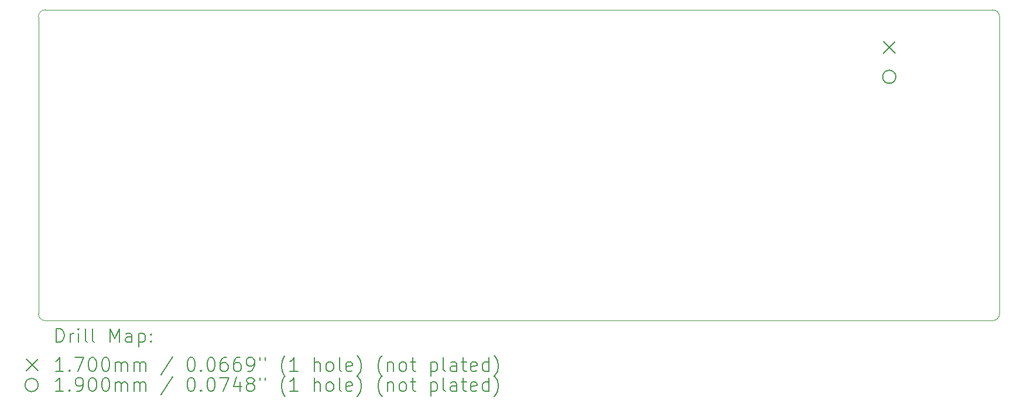
<source format=gbr>
%TF.GenerationSoftware,KiCad,Pcbnew,8.0.5*%
%TF.CreationDate,2024-12-09T00:19:35-08:00*%
%TF.ProjectId,newbatt,6e657762-6174-4742-9e6b-696361645f70,3*%
%TF.SameCoordinates,Original*%
%TF.FileFunction,Drillmap*%
%TF.FilePolarity,Positive*%
%FSLAX45Y45*%
G04 Gerber Fmt 4.5, Leading zero omitted, Abs format (unit mm)*
G04 Created by KiCad (PCBNEW 8.0.5) date 2024-12-09 00:19:35*
%MOMM*%
%LPD*%
G01*
G04 APERTURE LIST*
%ADD10C,0.050000*%
%ADD11C,0.200000*%
%ADD12C,0.170000*%
%ADD13C,0.190000*%
G04 APERTURE END LIST*
D10*
X15400000Y-5900000D02*
G75*
G02*
X15300000Y-6000000I-100000J0D01*
G01*
X1500000Y-1600000D02*
G75*
G02*
X1600000Y-1500000I100000J0D01*
G01*
X1500000Y-1600000D02*
X1500000Y-5900000D01*
X15400000Y-5900000D02*
X15400000Y-1600000D01*
X1600000Y-1500000D02*
X15300000Y-1500000D01*
X1600000Y-6000000D02*
G75*
G02*
X1500000Y-5900000I0J100000D01*
G01*
X1600000Y-6000000D02*
X15300000Y-6000000D01*
X15300000Y-1500000D02*
G75*
G02*
X15400000Y-1600000I0J-100000D01*
G01*
D11*
D12*
X13720000Y-1955000D02*
X13890000Y-2125000D01*
X13890000Y-1955000D02*
X13720000Y-2125000D01*
D13*
X13900000Y-2470000D02*
G75*
G02*
X13710000Y-2470000I-95000J0D01*
G01*
X13710000Y-2470000D02*
G75*
G02*
X13900000Y-2470000I95000J0D01*
G01*
D11*
X1758277Y-6313984D02*
X1758277Y-6113984D01*
X1758277Y-6113984D02*
X1805896Y-6113984D01*
X1805896Y-6113984D02*
X1834467Y-6123508D01*
X1834467Y-6123508D02*
X1853515Y-6142555D01*
X1853515Y-6142555D02*
X1863039Y-6161603D01*
X1863039Y-6161603D02*
X1872562Y-6199698D01*
X1872562Y-6199698D02*
X1872562Y-6228269D01*
X1872562Y-6228269D02*
X1863039Y-6266365D01*
X1863039Y-6266365D02*
X1853515Y-6285412D01*
X1853515Y-6285412D02*
X1834467Y-6304460D01*
X1834467Y-6304460D02*
X1805896Y-6313984D01*
X1805896Y-6313984D02*
X1758277Y-6313984D01*
X1958277Y-6313984D02*
X1958277Y-6180650D01*
X1958277Y-6218746D02*
X1967801Y-6199698D01*
X1967801Y-6199698D02*
X1977324Y-6190174D01*
X1977324Y-6190174D02*
X1996372Y-6180650D01*
X1996372Y-6180650D02*
X2015420Y-6180650D01*
X2082086Y-6313984D02*
X2082086Y-6180650D01*
X2082086Y-6113984D02*
X2072562Y-6123508D01*
X2072562Y-6123508D02*
X2082086Y-6133031D01*
X2082086Y-6133031D02*
X2091610Y-6123508D01*
X2091610Y-6123508D02*
X2082086Y-6113984D01*
X2082086Y-6113984D02*
X2082086Y-6133031D01*
X2205896Y-6313984D02*
X2186848Y-6304460D01*
X2186848Y-6304460D02*
X2177324Y-6285412D01*
X2177324Y-6285412D02*
X2177324Y-6113984D01*
X2310658Y-6313984D02*
X2291610Y-6304460D01*
X2291610Y-6304460D02*
X2282086Y-6285412D01*
X2282086Y-6285412D02*
X2282086Y-6113984D01*
X2539229Y-6313984D02*
X2539229Y-6113984D01*
X2539229Y-6113984D02*
X2605896Y-6256841D01*
X2605896Y-6256841D02*
X2672563Y-6113984D01*
X2672563Y-6113984D02*
X2672563Y-6313984D01*
X2853515Y-6313984D02*
X2853515Y-6209222D01*
X2853515Y-6209222D02*
X2843991Y-6190174D01*
X2843991Y-6190174D02*
X2824943Y-6180650D01*
X2824943Y-6180650D02*
X2786848Y-6180650D01*
X2786848Y-6180650D02*
X2767801Y-6190174D01*
X2853515Y-6304460D02*
X2834467Y-6313984D01*
X2834467Y-6313984D02*
X2786848Y-6313984D01*
X2786848Y-6313984D02*
X2767801Y-6304460D01*
X2767801Y-6304460D02*
X2758277Y-6285412D01*
X2758277Y-6285412D02*
X2758277Y-6266365D01*
X2758277Y-6266365D02*
X2767801Y-6247317D01*
X2767801Y-6247317D02*
X2786848Y-6237793D01*
X2786848Y-6237793D02*
X2834467Y-6237793D01*
X2834467Y-6237793D02*
X2853515Y-6228269D01*
X2948753Y-6180650D02*
X2948753Y-6380650D01*
X2948753Y-6190174D02*
X2967801Y-6180650D01*
X2967801Y-6180650D02*
X3005896Y-6180650D01*
X3005896Y-6180650D02*
X3024943Y-6190174D01*
X3024943Y-6190174D02*
X3034467Y-6199698D01*
X3034467Y-6199698D02*
X3043991Y-6218746D01*
X3043991Y-6218746D02*
X3043991Y-6275888D01*
X3043991Y-6275888D02*
X3034467Y-6294936D01*
X3034467Y-6294936D02*
X3024943Y-6304460D01*
X3024943Y-6304460D02*
X3005896Y-6313984D01*
X3005896Y-6313984D02*
X2967801Y-6313984D01*
X2967801Y-6313984D02*
X2948753Y-6304460D01*
X3129705Y-6294936D02*
X3139229Y-6304460D01*
X3139229Y-6304460D02*
X3129705Y-6313984D01*
X3129705Y-6313984D02*
X3120182Y-6304460D01*
X3120182Y-6304460D02*
X3129705Y-6294936D01*
X3129705Y-6294936D02*
X3129705Y-6313984D01*
X3129705Y-6190174D02*
X3139229Y-6199698D01*
X3139229Y-6199698D02*
X3129705Y-6209222D01*
X3129705Y-6209222D02*
X3120182Y-6199698D01*
X3120182Y-6199698D02*
X3129705Y-6190174D01*
X3129705Y-6190174D02*
X3129705Y-6209222D01*
D12*
X1327500Y-6557500D02*
X1497500Y-6727500D01*
X1497500Y-6557500D02*
X1327500Y-6727500D01*
D11*
X1863039Y-6733984D02*
X1748753Y-6733984D01*
X1805896Y-6733984D02*
X1805896Y-6533984D01*
X1805896Y-6533984D02*
X1786848Y-6562555D01*
X1786848Y-6562555D02*
X1767801Y-6581603D01*
X1767801Y-6581603D02*
X1748753Y-6591127D01*
X1948753Y-6714936D02*
X1958277Y-6724460D01*
X1958277Y-6724460D02*
X1948753Y-6733984D01*
X1948753Y-6733984D02*
X1939229Y-6724460D01*
X1939229Y-6724460D02*
X1948753Y-6714936D01*
X1948753Y-6714936D02*
X1948753Y-6733984D01*
X2024943Y-6533984D02*
X2158277Y-6533984D01*
X2158277Y-6533984D02*
X2072562Y-6733984D01*
X2272563Y-6533984D02*
X2291610Y-6533984D01*
X2291610Y-6533984D02*
X2310658Y-6543508D01*
X2310658Y-6543508D02*
X2320182Y-6553031D01*
X2320182Y-6553031D02*
X2329705Y-6572079D01*
X2329705Y-6572079D02*
X2339229Y-6610174D01*
X2339229Y-6610174D02*
X2339229Y-6657793D01*
X2339229Y-6657793D02*
X2329705Y-6695888D01*
X2329705Y-6695888D02*
X2320182Y-6714936D01*
X2320182Y-6714936D02*
X2310658Y-6724460D01*
X2310658Y-6724460D02*
X2291610Y-6733984D01*
X2291610Y-6733984D02*
X2272563Y-6733984D01*
X2272563Y-6733984D02*
X2253515Y-6724460D01*
X2253515Y-6724460D02*
X2243991Y-6714936D01*
X2243991Y-6714936D02*
X2234467Y-6695888D01*
X2234467Y-6695888D02*
X2224944Y-6657793D01*
X2224944Y-6657793D02*
X2224944Y-6610174D01*
X2224944Y-6610174D02*
X2234467Y-6572079D01*
X2234467Y-6572079D02*
X2243991Y-6553031D01*
X2243991Y-6553031D02*
X2253515Y-6543508D01*
X2253515Y-6543508D02*
X2272563Y-6533984D01*
X2463039Y-6533984D02*
X2482086Y-6533984D01*
X2482086Y-6533984D02*
X2501134Y-6543508D01*
X2501134Y-6543508D02*
X2510658Y-6553031D01*
X2510658Y-6553031D02*
X2520182Y-6572079D01*
X2520182Y-6572079D02*
X2529705Y-6610174D01*
X2529705Y-6610174D02*
X2529705Y-6657793D01*
X2529705Y-6657793D02*
X2520182Y-6695888D01*
X2520182Y-6695888D02*
X2510658Y-6714936D01*
X2510658Y-6714936D02*
X2501134Y-6724460D01*
X2501134Y-6724460D02*
X2482086Y-6733984D01*
X2482086Y-6733984D02*
X2463039Y-6733984D01*
X2463039Y-6733984D02*
X2443991Y-6724460D01*
X2443991Y-6724460D02*
X2434467Y-6714936D01*
X2434467Y-6714936D02*
X2424944Y-6695888D01*
X2424944Y-6695888D02*
X2415420Y-6657793D01*
X2415420Y-6657793D02*
X2415420Y-6610174D01*
X2415420Y-6610174D02*
X2424944Y-6572079D01*
X2424944Y-6572079D02*
X2434467Y-6553031D01*
X2434467Y-6553031D02*
X2443991Y-6543508D01*
X2443991Y-6543508D02*
X2463039Y-6533984D01*
X2615420Y-6733984D02*
X2615420Y-6600650D01*
X2615420Y-6619698D02*
X2624944Y-6610174D01*
X2624944Y-6610174D02*
X2643991Y-6600650D01*
X2643991Y-6600650D02*
X2672563Y-6600650D01*
X2672563Y-6600650D02*
X2691610Y-6610174D01*
X2691610Y-6610174D02*
X2701134Y-6629222D01*
X2701134Y-6629222D02*
X2701134Y-6733984D01*
X2701134Y-6629222D02*
X2710658Y-6610174D01*
X2710658Y-6610174D02*
X2729705Y-6600650D01*
X2729705Y-6600650D02*
X2758277Y-6600650D01*
X2758277Y-6600650D02*
X2777325Y-6610174D01*
X2777325Y-6610174D02*
X2786848Y-6629222D01*
X2786848Y-6629222D02*
X2786848Y-6733984D01*
X2882086Y-6733984D02*
X2882086Y-6600650D01*
X2882086Y-6619698D02*
X2891610Y-6610174D01*
X2891610Y-6610174D02*
X2910658Y-6600650D01*
X2910658Y-6600650D02*
X2939229Y-6600650D01*
X2939229Y-6600650D02*
X2958277Y-6610174D01*
X2958277Y-6610174D02*
X2967801Y-6629222D01*
X2967801Y-6629222D02*
X2967801Y-6733984D01*
X2967801Y-6629222D02*
X2977324Y-6610174D01*
X2977324Y-6610174D02*
X2996372Y-6600650D01*
X2996372Y-6600650D02*
X3024943Y-6600650D01*
X3024943Y-6600650D02*
X3043991Y-6610174D01*
X3043991Y-6610174D02*
X3053515Y-6629222D01*
X3053515Y-6629222D02*
X3053515Y-6733984D01*
X3443991Y-6524460D02*
X3272563Y-6781603D01*
X3701134Y-6533984D02*
X3720182Y-6533984D01*
X3720182Y-6533984D02*
X3739229Y-6543508D01*
X3739229Y-6543508D02*
X3748753Y-6553031D01*
X3748753Y-6553031D02*
X3758277Y-6572079D01*
X3758277Y-6572079D02*
X3767801Y-6610174D01*
X3767801Y-6610174D02*
X3767801Y-6657793D01*
X3767801Y-6657793D02*
X3758277Y-6695888D01*
X3758277Y-6695888D02*
X3748753Y-6714936D01*
X3748753Y-6714936D02*
X3739229Y-6724460D01*
X3739229Y-6724460D02*
X3720182Y-6733984D01*
X3720182Y-6733984D02*
X3701134Y-6733984D01*
X3701134Y-6733984D02*
X3682086Y-6724460D01*
X3682086Y-6724460D02*
X3672563Y-6714936D01*
X3672563Y-6714936D02*
X3663039Y-6695888D01*
X3663039Y-6695888D02*
X3653515Y-6657793D01*
X3653515Y-6657793D02*
X3653515Y-6610174D01*
X3653515Y-6610174D02*
X3663039Y-6572079D01*
X3663039Y-6572079D02*
X3672563Y-6553031D01*
X3672563Y-6553031D02*
X3682086Y-6543508D01*
X3682086Y-6543508D02*
X3701134Y-6533984D01*
X3853515Y-6714936D02*
X3863039Y-6724460D01*
X3863039Y-6724460D02*
X3853515Y-6733984D01*
X3853515Y-6733984D02*
X3843991Y-6724460D01*
X3843991Y-6724460D02*
X3853515Y-6714936D01*
X3853515Y-6714936D02*
X3853515Y-6733984D01*
X3986848Y-6533984D02*
X4005896Y-6533984D01*
X4005896Y-6533984D02*
X4024944Y-6543508D01*
X4024944Y-6543508D02*
X4034467Y-6553031D01*
X4034467Y-6553031D02*
X4043991Y-6572079D01*
X4043991Y-6572079D02*
X4053515Y-6610174D01*
X4053515Y-6610174D02*
X4053515Y-6657793D01*
X4053515Y-6657793D02*
X4043991Y-6695888D01*
X4043991Y-6695888D02*
X4034467Y-6714936D01*
X4034467Y-6714936D02*
X4024944Y-6724460D01*
X4024944Y-6724460D02*
X4005896Y-6733984D01*
X4005896Y-6733984D02*
X3986848Y-6733984D01*
X3986848Y-6733984D02*
X3967801Y-6724460D01*
X3967801Y-6724460D02*
X3958277Y-6714936D01*
X3958277Y-6714936D02*
X3948753Y-6695888D01*
X3948753Y-6695888D02*
X3939229Y-6657793D01*
X3939229Y-6657793D02*
X3939229Y-6610174D01*
X3939229Y-6610174D02*
X3948753Y-6572079D01*
X3948753Y-6572079D02*
X3958277Y-6553031D01*
X3958277Y-6553031D02*
X3967801Y-6543508D01*
X3967801Y-6543508D02*
X3986848Y-6533984D01*
X4224944Y-6533984D02*
X4186848Y-6533984D01*
X4186848Y-6533984D02*
X4167801Y-6543508D01*
X4167801Y-6543508D02*
X4158277Y-6553031D01*
X4158277Y-6553031D02*
X4139229Y-6581603D01*
X4139229Y-6581603D02*
X4129706Y-6619698D01*
X4129706Y-6619698D02*
X4129706Y-6695888D01*
X4129706Y-6695888D02*
X4139229Y-6714936D01*
X4139229Y-6714936D02*
X4148753Y-6724460D01*
X4148753Y-6724460D02*
X4167801Y-6733984D01*
X4167801Y-6733984D02*
X4205896Y-6733984D01*
X4205896Y-6733984D02*
X4224944Y-6724460D01*
X4224944Y-6724460D02*
X4234468Y-6714936D01*
X4234468Y-6714936D02*
X4243991Y-6695888D01*
X4243991Y-6695888D02*
X4243991Y-6648269D01*
X4243991Y-6648269D02*
X4234468Y-6629222D01*
X4234468Y-6629222D02*
X4224944Y-6619698D01*
X4224944Y-6619698D02*
X4205896Y-6610174D01*
X4205896Y-6610174D02*
X4167801Y-6610174D01*
X4167801Y-6610174D02*
X4148753Y-6619698D01*
X4148753Y-6619698D02*
X4139229Y-6629222D01*
X4139229Y-6629222D02*
X4129706Y-6648269D01*
X4415420Y-6533984D02*
X4377325Y-6533984D01*
X4377325Y-6533984D02*
X4358277Y-6543508D01*
X4358277Y-6543508D02*
X4348753Y-6553031D01*
X4348753Y-6553031D02*
X4329706Y-6581603D01*
X4329706Y-6581603D02*
X4320182Y-6619698D01*
X4320182Y-6619698D02*
X4320182Y-6695888D01*
X4320182Y-6695888D02*
X4329706Y-6714936D01*
X4329706Y-6714936D02*
X4339229Y-6724460D01*
X4339229Y-6724460D02*
X4358277Y-6733984D01*
X4358277Y-6733984D02*
X4396372Y-6733984D01*
X4396372Y-6733984D02*
X4415420Y-6724460D01*
X4415420Y-6724460D02*
X4424944Y-6714936D01*
X4424944Y-6714936D02*
X4434468Y-6695888D01*
X4434468Y-6695888D02*
X4434468Y-6648269D01*
X4434468Y-6648269D02*
X4424944Y-6629222D01*
X4424944Y-6629222D02*
X4415420Y-6619698D01*
X4415420Y-6619698D02*
X4396372Y-6610174D01*
X4396372Y-6610174D02*
X4358277Y-6610174D01*
X4358277Y-6610174D02*
X4339229Y-6619698D01*
X4339229Y-6619698D02*
X4329706Y-6629222D01*
X4329706Y-6629222D02*
X4320182Y-6648269D01*
X4529706Y-6733984D02*
X4567801Y-6733984D01*
X4567801Y-6733984D02*
X4586849Y-6724460D01*
X4586849Y-6724460D02*
X4596372Y-6714936D01*
X4596372Y-6714936D02*
X4615420Y-6686365D01*
X4615420Y-6686365D02*
X4624944Y-6648269D01*
X4624944Y-6648269D02*
X4624944Y-6572079D01*
X4624944Y-6572079D02*
X4615420Y-6553031D01*
X4615420Y-6553031D02*
X4605896Y-6543508D01*
X4605896Y-6543508D02*
X4586849Y-6533984D01*
X4586849Y-6533984D02*
X4548753Y-6533984D01*
X4548753Y-6533984D02*
X4529706Y-6543508D01*
X4529706Y-6543508D02*
X4520182Y-6553031D01*
X4520182Y-6553031D02*
X4510658Y-6572079D01*
X4510658Y-6572079D02*
X4510658Y-6619698D01*
X4510658Y-6619698D02*
X4520182Y-6638746D01*
X4520182Y-6638746D02*
X4529706Y-6648269D01*
X4529706Y-6648269D02*
X4548753Y-6657793D01*
X4548753Y-6657793D02*
X4586849Y-6657793D01*
X4586849Y-6657793D02*
X4605896Y-6648269D01*
X4605896Y-6648269D02*
X4615420Y-6638746D01*
X4615420Y-6638746D02*
X4624944Y-6619698D01*
X4701134Y-6533984D02*
X4701134Y-6572079D01*
X4777325Y-6533984D02*
X4777325Y-6572079D01*
X5072563Y-6810174D02*
X5063039Y-6800650D01*
X5063039Y-6800650D02*
X5043991Y-6772079D01*
X5043991Y-6772079D02*
X5034468Y-6753031D01*
X5034468Y-6753031D02*
X5024944Y-6724460D01*
X5024944Y-6724460D02*
X5015420Y-6676841D01*
X5015420Y-6676841D02*
X5015420Y-6638746D01*
X5015420Y-6638746D02*
X5024944Y-6591127D01*
X5024944Y-6591127D02*
X5034468Y-6562555D01*
X5034468Y-6562555D02*
X5043991Y-6543508D01*
X5043991Y-6543508D02*
X5063039Y-6514936D01*
X5063039Y-6514936D02*
X5072563Y-6505412D01*
X5253515Y-6733984D02*
X5139230Y-6733984D01*
X5196372Y-6733984D02*
X5196372Y-6533984D01*
X5196372Y-6533984D02*
X5177325Y-6562555D01*
X5177325Y-6562555D02*
X5158277Y-6581603D01*
X5158277Y-6581603D02*
X5139230Y-6591127D01*
X5491611Y-6733984D02*
X5491611Y-6533984D01*
X5577325Y-6733984D02*
X5577325Y-6629222D01*
X5577325Y-6629222D02*
X5567801Y-6610174D01*
X5567801Y-6610174D02*
X5548753Y-6600650D01*
X5548753Y-6600650D02*
X5520182Y-6600650D01*
X5520182Y-6600650D02*
X5501134Y-6610174D01*
X5501134Y-6610174D02*
X5491611Y-6619698D01*
X5701134Y-6733984D02*
X5682087Y-6724460D01*
X5682087Y-6724460D02*
X5672563Y-6714936D01*
X5672563Y-6714936D02*
X5663039Y-6695888D01*
X5663039Y-6695888D02*
X5663039Y-6638746D01*
X5663039Y-6638746D02*
X5672563Y-6619698D01*
X5672563Y-6619698D02*
X5682087Y-6610174D01*
X5682087Y-6610174D02*
X5701134Y-6600650D01*
X5701134Y-6600650D02*
X5729706Y-6600650D01*
X5729706Y-6600650D02*
X5748753Y-6610174D01*
X5748753Y-6610174D02*
X5758277Y-6619698D01*
X5758277Y-6619698D02*
X5767801Y-6638746D01*
X5767801Y-6638746D02*
X5767801Y-6695888D01*
X5767801Y-6695888D02*
X5758277Y-6714936D01*
X5758277Y-6714936D02*
X5748753Y-6724460D01*
X5748753Y-6724460D02*
X5729706Y-6733984D01*
X5729706Y-6733984D02*
X5701134Y-6733984D01*
X5882087Y-6733984D02*
X5863039Y-6724460D01*
X5863039Y-6724460D02*
X5853515Y-6705412D01*
X5853515Y-6705412D02*
X5853515Y-6533984D01*
X6034468Y-6724460D02*
X6015420Y-6733984D01*
X6015420Y-6733984D02*
X5977325Y-6733984D01*
X5977325Y-6733984D02*
X5958277Y-6724460D01*
X5958277Y-6724460D02*
X5948753Y-6705412D01*
X5948753Y-6705412D02*
X5948753Y-6629222D01*
X5948753Y-6629222D02*
X5958277Y-6610174D01*
X5958277Y-6610174D02*
X5977325Y-6600650D01*
X5977325Y-6600650D02*
X6015420Y-6600650D01*
X6015420Y-6600650D02*
X6034468Y-6610174D01*
X6034468Y-6610174D02*
X6043991Y-6629222D01*
X6043991Y-6629222D02*
X6043991Y-6648269D01*
X6043991Y-6648269D02*
X5948753Y-6667317D01*
X6110658Y-6810174D02*
X6120182Y-6800650D01*
X6120182Y-6800650D02*
X6139230Y-6772079D01*
X6139230Y-6772079D02*
X6148753Y-6753031D01*
X6148753Y-6753031D02*
X6158277Y-6724460D01*
X6158277Y-6724460D02*
X6167801Y-6676841D01*
X6167801Y-6676841D02*
X6167801Y-6638746D01*
X6167801Y-6638746D02*
X6158277Y-6591127D01*
X6158277Y-6591127D02*
X6148753Y-6562555D01*
X6148753Y-6562555D02*
X6139230Y-6543508D01*
X6139230Y-6543508D02*
X6120182Y-6514936D01*
X6120182Y-6514936D02*
X6110658Y-6505412D01*
X6472563Y-6810174D02*
X6463039Y-6800650D01*
X6463039Y-6800650D02*
X6443991Y-6772079D01*
X6443991Y-6772079D02*
X6434468Y-6753031D01*
X6434468Y-6753031D02*
X6424944Y-6724460D01*
X6424944Y-6724460D02*
X6415420Y-6676841D01*
X6415420Y-6676841D02*
X6415420Y-6638746D01*
X6415420Y-6638746D02*
X6424944Y-6591127D01*
X6424944Y-6591127D02*
X6434468Y-6562555D01*
X6434468Y-6562555D02*
X6443991Y-6543508D01*
X6443991Y-6543508D02*
X6463039Y-6514936D01*
X6463039Y-6514936D02*
X6472563Y-6505412D01*
X6548753Y-6600650D02*
X6548753Y-6733984D01*
X6548753Y-6619698D02*
X6558277Y-6610174D01*
X6558277Y-6610174D02*
X6577325Y-6600650D01*
X6577325Y-6600650D02*
X6605896Y-6600650D01*
X6605896Y-6600650D02*
X6624944Y-6610174D01*
X6624944Y-6610174D02*
X6634468Y-6629222D01*
X6634468Y-6629222D02*
X6634468Y-6733984D01*
X6758277Y-6733984D02*
X6739230Y-6724460D01*
X6739230Y-6724460D02*
X6729706Y-6714936D01*
X6729706Y-6714936D02*
X6720182Y-6695888D01*
X6720182Y-6695888D02*
X6720182Y-6638746D01*
X6720182Y-6638746D02*
X6729706Y-6619698D01*
X6729706Y-6619698D02*
X6739230Y-6610174D01*
X6739230Y-6610174D02*
X6758277Y-6600650D01*
X6758277Y-6600650D02*
X6786849Y-6600650D01*
X6786849Y-6600650D02*
X6805896Y-6610174D01*
X6805896Y-6610174D02*
X6815420Y-6619698D01*
X6815420Y-6619698D02*
X6824944Y-6638746D01*
X6824944Y-6638746D02*
X6824944Y-6695888D01*
X6824944Y-6695888D02*
X6815420Y-6714936D01*
X6815420Y-6714936D02*
X6805896Y-6724460D01*
X6805896Y-6724460D02*
X6786849Y-6733984D01*
X6786849Y-6733984D02*
X6758277Y-6733984D01*
X6882087Y-6600650D02*
X6958277Y-6600650D01*
X6910658Y-6533984D02*
X6910658Y-6705412D01*
X6910658Y-6705412D02*
X6920182Y-6724460D01*
X6920182Y-6724460D02*
X6939230Y-6733984D01*
X6939230Y-6733984D02*
X6958277Y-6733984D01*
X7177325Y-6600650D02*
X7177325Y-6800650D01*
X7177325Y-6610174D02*
X7196372Y-6600650D01*
X7196372Y-6600650D02*
X7234468Y-6600650D01*
X7234468Y-6600650D02*
X7253515Y-6610174D01*
X7253515Y-6610174D02*
X7263039Y-6619698D01*
X7263039Y-6619698D02*
X7272563Y-6638746D01*
X7272563Y-6638746D02*
X7272563Y-6695888D01*
X7272563Y-6695888D02*
X7263039Y-6714936D01*
X7263039Y-6714936D02*
X7253515Y-6724460D01*
X7253515Y-6724460D02*
X7234468Y-6733984D01*
X7234468Y-6733984D02*
X7196372Y-6733984D01*
X7196372Y-6733984D02*
X7177325Y-6724460D01*
X7386849Y-6733984D02*
X7367801Y-6724460D01*
X7367801Y-6724460D02*
X7358277Y-6705412D01*
X7358277Y-6705412D02*
X7358277Y-6533984D01*
X7548753Y-6733984D02*
X7548753Y-6629222D01*
X7548753Y-6629222D02*
X7539230Y-6610174D01*
X7539230Y-6610174D02*
X7520182Y-6600650D01*
X7520182Y-6600650D02*
X7482087Y-6600650D01*
X7482087Y-6600650D02*
X7463039Y-6610174D01*
X7548753Y-6724460D02*
X7529706Y-6733984D01*
X7529706Y-6733984D02*
X7482087Y-6733984D01*
X7482087Y-6733984D02*
X7463039Y-6724460D01*
X7463039Y-6724460D02*
X7453515Y-6705412D01*
X7453515Y-6705412D02*
X7453515Y-6686365D01*
X7453515Y-6686365D02*
X7463039Y-6667317D01*
X7463039Y-6667317D02*
X7482087Y-6657793D01*
X7482087Y-6657793D02*
X7529706Y-6657793D01*
X7529706Y-6657793D02*
X7548753Y-6648269D01*
X7615420Y-6600650D02*
X7691611Y-6600650D01*
X7643992Y-6533984D02*
X7643992Y-6705412D01*
X7643992Y-6705412D02*
X7653515Y-6724460D01*
X7653515Y-6724460D02*
X7672563Y-6733984D01*
X7672563Y-6733984D02*
X7691611Y-6733984D01*
X7834468Y-6724460D02*
X7815420Y-6733984D01*
X7815420Y-6733984D02*
X7777325Y-6733984D01*
X7777325Y-6733984D02*
X7758277Y-6724460D01*
X7758277Y-6724460D02*
X7748753Y-6705412D01*
X7748753Y-6705412D02*
X7748753Y-6629222D01*
X7748753Y-6629222D02*
X7758277Y-6610174D01*
X7758277Y-6610174D02*
X7777325Y-6600650D01*
X7777325Y-6600650D02*
X7815420Y-6600650D01*
X7815420Y-6600650D02*
X7834468Y-6610174D01*
X7834468Y-6610174D02*
X7843992Y-6629222D01*
X7843992Y-6629222D02*
X7843992Y-6648269D01*
X7843992Y-6648269D02*
X7748753Y-6667317D01*
X8015420Y-6733984D02*
X8015420Y-6533984D01*
X8015420Y-6724460D02*
X7996373Y-6733984D01*
X7996373Y-6733984D02*
X7958277Y-6733984D01*
X7958277Y-6733984D02*
X7939230Y-6724460D01*
X7939230Y-6724460D02*
X7929706Y-6714936D01*
X7929706Y-6714936D02*
X7920182Y-6695888D01*
X7920182Y-6695888D02*
X7920182Y-6638746D01*
X7920182Y-6638746D02*
X7929706Y-6619698D01*
X7929706Y-6619698D02*
X7939230Y-6610174D01*
X7939230Y-6610174D02*
X7958277Y-6600650D01*
X7958277Y-6600650D02*
X7996373Y-6600650D01*
X7996373Y-6600650D02*
X8015420Y-6610174D01*
X8091611Y-6810174D02*
X8101134Y-6800650D01*
X8101134Y-6800650D02*
X8120182Y-6772079D01*
X8120182Y-6772079D02*
X8129706Y-6753031D01*
X8129706Y-6753031D02*
X8139230Y-6724460D01*
X8139230Y-6724460D02*
X8148753Y-6676841D01*
X8148753Y-6676841D02*
X8148753Y-6638746D01*
X8148753Y-6638746D02*
X8139230Y-6591127D01*
X8139230Y-6591127D02*
X8129706Y-6562555D01*
X8129706Y-6562555D02*
X8120182Y-6543508D01*
X8120182Y-6543508D02*
X8101134Y-6514936D01*
X8101134Y-6514936D02*
X8091611Y-6505412D01*
D13*
X1497500Y-6932500D02*
G75*
G02*
X1307500Y-6932500I-95000J0D01*
G01*
X1307500Y-6932500D02*
G75*
G02*
X1497500Y-6932500I95000J0D01*
G01*
D11*
X1863039Y-7023984D02*
X1748753Y-7023984D01*
X1805896Y-7023984D02*
X1805896Y-6823984D01*
X1805896Y-6823984D02*
X1786848Y-6852555D01*
X1786848Y-6852555D02*
X1767801Y-6871603D01*
X1767801Y-6871603D02*
X1748753Y-6881127D01*
X1948753Y-7004936D02*
X1958277Y-7014460D01*
X1958277Y-7014460D02*
X1948753Y-7023984D01*
X1948753Y-7023984D02*
X1939229Y-7014460D01*
X1939229Y-7014460D02*
X1948753Y-7004936D01*
X1948753Y-7004936D02*
X1948753Y-7023984D01*
X2053515Y-7023984D02*
X2091610Y-7023984D01*
X2091610Y-7023984D02*
X2110658Y-7014460D01*
X2110658Y-7014460D02*
X2120182Y-7004936D01*
X2120182Y-7004936D02*
X2139229Y-6976365D01*
X2139229Y-6976365D02*
X2148753Y-6938269D01*
X2148753Y-6938269D02*
X2148753Y-6862079D01*
X2148753Y-6862079D02*
X2139229Y-6843031D01*
X2139229Y-6843031D02*
X2129705Y-6833508D01*
X2129705Y-6833508D02*
X2110658Y-6823984D01*
X2110658Y-6823984D02*
X2072562Y-6823984D01*
X2072562Y-6823984D02*
X2053515Y-6833508D01*
X2053515Y-6833508D02*
X2043991Y-6843031D01*
X2043991Y-6843031D02*
X2034467Y-6862079D01*
X2034467Y-6862079D02*
X2034467Y-6909698D01*
X2034467Y-6909698D02*
X2043991Y-6928746D01*
X2043991Y-6928746D02*
X2053515Y-6938269D01*
X2053515Y-6938269D02*
X2072562Y-6947793D01*
X2072562Y-6947793D02*
X2110658Y-6947793D01*
X2110658Y-6947793D02*
X2129705Y-6938269D01*
X2129705Y-6938269D02*
X2139229Y-6928746D01*
X2139229Y-6928746D02*
X2148753Y-6909698D01*
X2272563Y-6823984D02*
X2291610Y-6823984D01*
X2291610Y-6823984D02*
X2310658Y-6833508D01*
X2310658Y-6833508D02*
X2320182Y-6843031D01*
X2320182Y-6843031D02*
X2329705Y-6862079D01*
X2329705Y-6862079D02*
X2339229Y-6900174D01*
X2339229Y-6900174D02*
X2339229Y-6947793D01*
X2339229Y-6947793D02*
X2329705Y-6985888D01*
X2329705Y-6985888D02*
X2320182Y-7004936D01*
X2320182Y-7004936D02*
X2310658Y-7014460D01*
X2310658Y-7014460D02*
X2291610Y-7023984D01*
X2291610Y-7023984D02*
X2272563Y-7023984D01*
X2272563Y-7023984D02*
X2253515Y-7014460D01*
X2253515Y-7014460D02*
X2243991Y-7004936D01*
X2243991Y-7004936D02*
X2234467Y-6985888D01*
X2234467Y-6985888D02*
X2224944Y-6947793D01*
X2224944Y-6947793D02*
X2224944Y-6900174D01*
X2224944Y-6900174D02*
X2234467Y-6862079D01*
X2234467Y-6862079D02*
X2243991Y-6843031D01*
X2243991Y-6843031D02*
X2253515Y-6833508D01*
X2253515Y-6833508D02*
X2272563Y-6823984D01*
X2463039Y-6823984D02*
X2482086Y-6823984D01*
X2482086Y-6823984D02*
X2501134Y-6833508D01*
X2501134Y-6833508D02*
X2510658Y-6843031D01*
X2510658Y-6843031D02*
X2520182Y-6862079D01*
X2520182Y-6862079D02*
X2529705Y-6900174D01*
X2529705Y-6900174D02*
X2529705Y-6947793D01*
X2529705Y-6947793D02*
X2520182Y-6985888D01*
X2520182Y-6985888D02*
X2510658Y-7004936D01*
X2510658Y-7004936D02*
X2501134Y-7014460D01*
X2501134Y-7014460D02*
X2482086Y-7023984D01*
X2482086Y-7023984D02*
X2463039Y-7023984D01*
X2463039Y-7023984D02*
X2443991Y-7014460D01*
X2443991Y-7014460D02*
X2434467Y-7004936D01*
X2434467Y-7004936D02*
X2424944Y-6985888D01*
X2424944Y-6985888D02*
X2415420Y-6947793D01*
X2415420Y-6947793D02*
X2415420Y-6900174D01*
X2415420Y-6900174D02*
X2424944Y-6862079D01*
X2424944Y-6862079D02*
X2434467Y-6843031D01*
X2434467Y-6843031D02*
X2443991Y-6833508D01*
X2443991Y-6833508D02*
X2463039Y-6823984D01*
X2615420Y-7023984D02*
X2615420Y-6890650D01*
X2615420Y-6909698D02*
X2624944Y-6900174D01*
X2624944Y-6900174D02*
X2643991Y-6890650D01*
X2643991Y-6890650D02*
X2672563Y-6890650D01*
X2672563Y-6890650D02*
X2691610Y-6900174D01*
X2691610Y-6900174D02*
X2701134Y-6919222D01*
X2701134Y-6919222D02*
X2701134Y-7023984D01*
X2701134Y-6919222D02*
X2710658Y-6900174D01*
X2710658Y-6900174D02*
X2729705Y-6890650D01*
X2729705Y-6890650D02*
X2758277Y-6890650D01*
X2758277Y-6890650D02*
X2777325Y-6900174D01*
X2777325Y-6900174D02*
X2786848Y-6919222D01*
X2786848Y-6919222D02*
X2786848Y-7023984D01*
X2882086Y-7023984D02*
X2882086Y-6890650D01*
X2882086Y-6909698D02*
X2891610Y-6900174D01*
X2891610Y-6900174D02*
X2910658Y-6890650D01*
X2910658Y-6890650D02*
X2939229Y-6890650D01*
X2939229Y-6890650D02*
X2958277Y-6900174D01*
X2958277Y-6900174D02*
X2967801Y-6919222D01*
X2967801Y-6919222D02*
X2967801Y-7023984D01*
X2967801Y-6919222D02*
X2977324Y-6900174D01*
X2977324Y-6900174D02*
X2996372Y-6890650D01*
X2996372Y-6890650D02*
X3024943Y-6890650D01*
X3024943Y-6890650D02*
X3043991Y-6900174D01*
X3043991Y-6900174D02*
X3053515Y-6919222D01*
X3053515Y-6919222D02*
X3053515Y-7023984D01*
X3443991Y-6814460D02*
X3272563Y-7071603D01*
X3701134Y-6823984D02*
X3720182Y-6823984D01*
X3720182Y-6823984D02*
X3739229Y-6833508D01*
X3739229Y-6833508D02*
X3748753Y-6843031D01*
X3748753Y-6843031D02*
X3758277Y-6862079D01*
X3758277Y-6862079D02*
X3767801Y-6900174D01*
X3767801Y-6900174D02*
X3767801Y-6947793D01*
X3767801Y-6947793D02*
X3758277Y-6985888D01*
X3758277Y-6985888D02*
X3748753Y-7004936D01*
X3748753Y-7004936D02*
X3739229Y-7014460D01*
X3739229Y-7014460D02*
X3720182Y-7023984D01*
X3720182Y-7023984D02*
X3701134Y-7023984D01*
X3701134Y-7023984D02*
X3682086Y-7014460D01*
X3682086Y-7014460D02*
X3672563Y-7004936D01*
X3672563Y-7004936D02*
X3663039Y-6985888D01*
X3663039Y-6985888D02*
X3653515Y-6947793D01*
X3653515Y-6947793D02*
X3653515Y-6900174D01*
X3653515Y-6900174D02*
X3663039Y-6862079D01*
X3663039Y-6862079D02*
X3672563Y-6843031D01*
X3672563Y-6843031D02*
X3682086Y-6833508D01*
X3682086Y-6833508D02*
X3701134Y-6823984D01*
X3853515Y-7004936D02*
X3863039Y-7014460D01*
X3863039Y-7014460D02*
X3853515Y-7023984D01*
X3853515Y-7023984D02*
X3843991Y-7014460D01*
X3843991Y-7014460D02*
X3853515Y-7004936D01*
X3853515Y-7004936D02*
X3853515Y-7023984D01*
X3986848Y-6823984D02*
X4005896Y-6823984D01*
X4005896Y-6823984D02*
X4024944Y-6833508D01*
X4024944Y-6833508D02*
X4034467Y-6843031D01*
X4034467Y-6843031D02*
X4043991Y-6862079D01*
X4043991Y-6862079D02*
X4053515Y-6900174D01*
X4053515Y-6900174D02*
X4053515Y-6947793D01*
X4053515Y-6947793D02*
X4043991Y-6985888D01*
X4043991Y-6985888D02*
X4034467Y-7004936D01*
X4034467Y-7004936D02*
X4024944Y-7014460D01*
X4024944Y-7014460D02*
X4005896Y-7023984D01*
X4005896Y-7023984D02*
X3986848Y-7023984D01*
X3986848Y-7023984D02*
X3967801Y-7014460D01*
X3967801Y-7014460D02*
X3958277Y-7004936D01*
X3958277Y-7004936D02*
X3948753Y-6985888D01*
X3948753Y-6985888D02*
X3939229Y-6947793D01*
X3939229Y-6947793D02*
X3939229Y-6900174D01*
X3939229Y-6900174D02*
X3948753Y-6862079D01*
X3948753Y-6862079D02*
X3958277Y-6843031D01*
X3958277Y-6843031D02*
X3967801Y-6833508D01*
X3967801Y-6833508D02*
X3986848Y-6823984D01*
X4120182Y-6823984D02*
X4253515Y-6823984D01*
X4253515Y-6823984D02*
X4167801Y-7023984D01*
X4415420Y-6890650D02*
X4415420Y-7023984D01*
X4367801Y-6814460D02*
X4320182Y-6957317D01*
X4320182Y-6957317D02*
X4443991Y-6957317D01*
X4548753Y-6909698D02*
X4529706Y-6900174D01*
X4529706Y-6900174D02*
X4520182Y-6890650D01*
X4520182Y-6890650D02*
X4510658Y-6871603D01*
X4510658Y-6871603D02*
X4510658Y-6862079D01*
X4510658Y-6862079D02*
X4520182Y-6843031D01*
X4520182Y-6843031D02*
X4529706Y-6833508D01*
X4529706Y-6833508D02*
X4548753Y-6823984D01*
X4548753Y-6823984D02*
X4586849Y-6823984D01*
X4586849Y-6823984D02*
X4605896Y-6833508D01*
X4605896Y-6833508D02*
X4615420Y-6843031D01*
X4615420Y-6843031D02*
X4624944Y-6862079D01*
X4624944Y-6862079D02*
X4624944Y-6871603D01*
X4624944Y-6871603D02*
X4615420Y-6890650D01*
X4615420Y-6890650D02*
X4605896Y-6900174D01*
X4605896Y-6900174D02*
X4586849Y-6909698D01*
X4586849Y-6909698D02*
X4548753Y-6909698D01*
X4548753Y-6909698D02*
X4529706Y-6919222D01*
X4529706Y-6919222D02*
X4520182Y-6928746D01*
X4520182Y-6928746D02*
X4510658Y-6947793D01*
X4510658Y-6947793D02*
X4510658Y-6985888D01*
X4510658Y-6985888D02*
X4520182Y-7004936D01*
X4520182Y-7004936D02*
X4529706Y-7014460D01*
X4529706Y-7014460D02*
X4548753Y-7023984D01*
X4548753Y-7023984D02*
X4586849Y-7023984D01*
X4586849Y-7023984D02*
X4605896Y-7014460D01*
X4605896Y-7014460D02*
X4615420Y-7004936D01*
X4615420Y-7004936D02*
X4624944Y-6985888D01*
X4624944Y-6985888D02*
X4624944Y-6947793D01*
X4624944Y-6947793D02*
X4615420Y-6928746D01*
X4615420Y-6928746D02*
X4605896Y-6919222D01*
X4605896Y-6919222D02*
X4586849Y-6909698D01*
X4701134Y-6823984D02*
X4701134Y-6862079D01*
X4777325Y-6823984D02*
X4777325Y-6862079D01*
X5072563Y-7100174D02*
X5063039Y-7090650D01*
X5063039Y-7090650D02*
X5043991Y-7062079D01*
X5043991Y-7062079D02*
X5034468Y-7043031D01*
X5034468Y-7043031D02*
X5024944Y-7014460D01*
X5024944Y-7014460D02*
X5015420Y-6966841D01*
X5015420Y-6966841D02*
X5015420Y-6928746D01*
X5015420Y-6928746D02*
X5024944Y-6881127D01*
X5024944Y-6881127D02*
X5034468Y-6852555D01*
X5034468Y-6852555D02*
X5043991Y-6833508D01*
X5043991Y-6833508D02*
X5063039Y-6804936D01*
X5063039Y-6804936D02*
X5072563Y-6795412D01*
X5253515Y-7023984D02*
X5139230Y-7023984D01*
X5196372Y-7023984D02*
X5196372Y-6823984D01*
X5196372Y-6823984D02*
X5177325Y-6852555D01*
X5177325Y-6852555D02*
X5158277Y-6871603D01*
X5158277Y-6871603D02*
X5139230Y-6881127D01*
X5491611Y-7023984D02*
X5491611Y-6823984D01*
X5577325Y-7023984D02*
X5577325Y-6919222D01*
X5577325Y-6919222D02*
X5567801Y-6900174D01*
X5567801Y-6900174D02*
X5548753Y-6890650D01*
X5548753Y-6890650D02*
X5520182Y-6890650D01*
X5520182Y-6890650D02*
X5501134Y-6900174D01*
X5501134Y-6900174D02*
X5491611Y-6909698D01*
X5701134Y-7023984D02*
X5682087Y-7014460D01*
X5682087Y-7014460D02*
X5672563Y-7004936D01*
X5672563Y-7004936D02*
X5663039Y-6985888D01*
X5663039Y-6985888D02*
X5663039Y-6928746D01*
X5663039Y-6928746D02*
X5672563Y-6909698D01*
X5672563Y-6909698D02*
X5682087Y-6900174D01*
X5682087Y-6900174D02*
X5701134Y-6890650D01*
X5701134Y-6890650D02*
X5729706Y-6890650D01*
X5729706Y-6890650D02*
X5748753Y-6900174D01*
X5748753Y-6900174D02*
X5758277Y-6909698D01*
X5758277Y-6909698D02*
X5767801Y-6928746D01*
X5767801Y-6928746D02*
X5767801Y-6985888D01*
X5767801Y-6985888D02*
X5758277Y-7004936D01*
X5758277Y-7004936D02*
X5748753Y-7014460D01*
X5748753Y-7014460D02*
X5729706Y-7023984D01*
X5729706Y-7023984D02*
X5701134Y-7023984D01*
X5882087Y-7023984D02*
X5863039Y-7014460D01*
X5863039Y-7014460D02*
X5853515Y-6995412D01*
X5853515Y-6995412D02*
X5853515Y-6823984D01*
X6034468Y-7014460D02*
X6015420Y-7023984D01*
X6015420Y-7023984D02*
X5977325Y-7023984D01*
X5977325Y-7023984D02*
X5958277Y-7014460D01*
X5958277Y-7014460D02*
X5948753Y-6995412D01*
X5948753Y-6995412D02*
X5948753Y-6919222D01*
X5948753Y-6919222D02*
X5958277Y-6900174D01*
X5958277Y-6900174D02*
X5977325Y-6890650D01*
X5977325Y-6890650D02*
X6015420Y-6890650D01*
X6015420Y-6890650D02*
X6034468Y-6900174D01*
X6034468Y-6900174D02*
X6043991Y-6919222D01*
X6043991Y-6919222D02*
X6043991Y-6938269D01*
X6043991Y-6938269D02*
X5948753Y-6957317D01*
X6110658Y-7100174D02*
X6120182Y-7090650D01*
X6120182Y-7090650D02*
X6139230Y-7062079D01*
X6139230Y-7062079D02*
X6148753Y-7043031D01*
X6148753Y-7043031D02*
X6158277Y-7014460D01*
X6158277Y-7014460D02*
X6167801Y-6966841D01*
X6167801Y-6966841D02*
X6167801Y-6928746D01*
X6167801Y-6928746D02*
X6158277Y-6881127D01*
X6158277Y-6881127D02*
X6148753Y-6852555D01*
X6148753Y-6852555D02*
X6139230Y-6833508D01*
X6139230Y-6833508D02*
X6120182Y-6804936D01*
X6120182Y-6804936D02*
X6110658Y-6795412D01*
X6472563Y-7100174D02*
X6463039Y-7090650D01*
X6463039Y-7090650D02*
X6443991Y-7062079D01*
X6443991Y-7062079D02*
X6434468Y-7043031D01*
X6434468Y-7043031D02*
X6424944Y-7014460D01*
X6424944Y-7014460D02*
X6415420Y-6966841D01*
X6415420Y-6966841D02*
X6415420Y-6928746D01*
X6415420Y-6928746D02*
X6424944Y-6881127D01*
X6424944Y-6881127D02*
X6434468Y-6852555D01*
X6434468Y-6852555D02*
X6443991Y-6833508D01*
X6443991Y-6833508D02*
X6463039Y-6804936D01*
X6463039Y-6804936D02*
X6472563Y-6795412D01*
X6548753Y-6890650D02*
X6548753Y-7023984D01*
X6548753Y-6909698D02*
X6558277Y-6900174D01*
X6558277Y-6900174D02*
X6577325Y-6890650D01*
X6577325Y-6890650D02*
X6605896Y-6890650D01*
X6605896Y-6890650D02*
X6624944Y-6900174D01*
X6624944Y-6900174D02*
X6634468Y-6919222D01*
X6634468Y-6919222D02*
X6634468Y-7023984D01*
X6758277Y-7023984D02*
X6739230Y-7014460D01*
X6739230Y-7014460D02*
X6729706Y-7004936D01*
X6729706Y-7004936D02*
X6720182Y-6985888D01*
X6720182Y-6985888D02*
X6720182Y-6928746D01*
X6720182Y-6928746D02*
X6729706Y-6909698D01*
X6729706Y-6909698D02*
X6739230Y-6900174D01*
X6739230Y-6900174D02*
X6758277Y-6890650D01*
X6758277Y-6890650D02*
X6786849Y-6890650D01*
X6786849Y-6890650D02*
X6805896Y-6900174D01*
X6805896Y-6900174D02*
X6815420Y-6909698D01*
X6815420Y-6909698D02*
X6824944Y-6928746D01*
X6824944Y-6928746D02*
X6824944Y-6985888D01*
X6824944Y-6985888D02*
X6815420Y-7004936D01*
X6815420Y-7004936D02*
X6805896Y-7014460D01*
X6805896Y-7014460D02*
X6786849Y-7023984D01*
X6786849Y-7023984D02*
X6758277Y-7023984D01*
X6882087Y-6890650D02*
X6958277Y-6890650D01*
X6910658Y-6823984D02*
X6910658Y-6995412D01*
X6910658Y-6995412D02*
X6920182Y-7014460D01*
X6920182Y-7014460D02*
X6939230Y-7023984D01*
X6939230Y-7023984D02*
X6958277Y-7023984D01*
X7177325Y-6890650D02*
X7177325Y-7090650D01*
X7177325Y-6900174D02*
X7196372Y-6890650D01*
X7196372Y-6890650D02*
X7234468Y-6890650D01*
X7234468Y-6890650D02*
X7253515Y-6900174D01*
X7253515Y-6900174D02*
X7263039Y-6909698D01*
X7263039Y-6909698D02*
X7272563Y-6928746D01*
X7272563Y-6928746D02*
X7272563Y-6985888D01*
X7272563Y-6985888D02*
X7263039Y-7004936D01*
X7263039Y-7004936D02*
X7253515Y-7014460D01*
X7253515Y-7014460D02*
X7234468Y-7023984D01*
X7234468Y-7023984D02*
X7196372Y-7023984D01*
X7196372Y-7023984D02*
X7177325Y-7014460D01*
X7386849Y-7023984D02*
X7367801Y-7014460D01*
X7367801Y-7014460D02*
X7358277Y-6995412D01*
X7358277Y-6995412D02*
X7358277Y-6823984D01*
X7548753Y-7023984D02*
X7548753Y-6919222D01*
X7548753Y-6919222D02*
X7539230Y-6900174D01*
X7539230Y-6900174D02*
X7520182Y-6890650D01*
X7520182Y-6890650D02*
X7482087Y-6890650D01*
X7482087Y-6890650D02*
X7463039Y-6900174D01*
X7548753Y-7014460D02*
X7529706Y-7023984D01*
X7529706Y-7023984D02*
X7482087Y-7023984D01*
X7482087Y-7023984D02*
X7463039Y-7014460D01*
X7463039Y-7014460D02*
X7453515Y-6995412D01*
X7453515Y-6995412D02*
X7453515Y-6976365D01*
X7453515Y-6976365D02*
X7463039Y-6957317D01*
X7463039Y-6957317D02*
X7482087Y-6947793D01*
X7482087Y-6947793D02*
X7529706Y-6947793D01*
X7529706Y-6947793D02*
X7548753Y-6938269D01*
X7615420Y-6890650D02*
X7691611Y-6890650D01*
X7643992Y-6823984D02*
X7643992Y-6995412D01*
X7643992Y-6995412D02*
X7653515Y-7014460D01*
X7653515Y-7014460D02*
X7672563Y-7023984D01*
X7672563Y-7023984D02*
X7691611Y-7023984D01*
X7834468Y-7014460D02*
X7815420Y-7023984D01*
X7815420Y-7023984D02*
X7777325Y-7023984D01*
X7777325Y-7023984D02*
X7758277Y-7014460D01*
X7758277Y-7014460D02*
X7748753Y-6995412D01*
X7748753Y-6995412D02*
X7748753Y-6919222D01*
X7748753Y-6919222D02*
X7758277Y-6900174D01*
X7758277Y-6900174D02*
X7777325Y-6890650D01*
X7777325Y-6890650D02*
X7815420Y-6890650D01*
X7815420Y-6890650D02*
X7834468Y-6900174D01*
X7834468Y-6900174D02*
X7843992Y-6919222D01*
X7843992Y-6919222D02*
X7843992Y-6938269D01*
X7843992Y-6938269D02*
X7748753Y-6957317D01*
X8015420Y-7023984D02*
X8015420Y-6823984D01*
X8015420Y-7014460D02*
X7996373Y-7023984D01*
X7996373Y-7023984D02*
X7958277Y-7023984D01*
X7958277Y-7023984D02*
X7939230Y-7014460D01*
X7939230Y-7014460D02*
X7929706Y-7004936D01*
X7929706Y-7004936D02*
X7920182Y-6985888D01*
X7920182Y-6985888D02*
X7920182Y-6928746D01*
X7920182Y-6928746D02*
X7929706Y-6909698D01*
X7929706Y-6909698D02*
X7939230Y-6900174D01*
X7939230Y-6900174D02*
X7958277Y-6890650D01*
X7958277Y-6890650D02*
X7996373Y-6890650D01*
X7996373Y-6890650D02*
X8015420Y-6900174D01*
X8091611Y-7100174D02*
X8101134Y-7090650D01*
X8101134Y-7090650D02*
X8120182Y-7062079D01*
X8120182Y-7062079D02*
X8129706Y-7043031D01*
X8129706Y-7043031D02*
X8139230Y-7014460D01*
X8139230Y-7014460D02*
X8148753Y-6966841D01*
X8148753Y-6966841D02*
X8148753Y-6928746D01*
X8148753Y-6928746D02*
X8139230Y-6881127D01*
X8139230Y-6881127D02*
X8129706Y-6852555D01*
X8129706Y-6852555D02*
X8120182Y-6833508D01*
X8120182Y-6833508D02*
X8101134Y-6804936D01*
X8101134Y-6804936D02*
X8091611Y-6795412D01*
M02*

</source>
